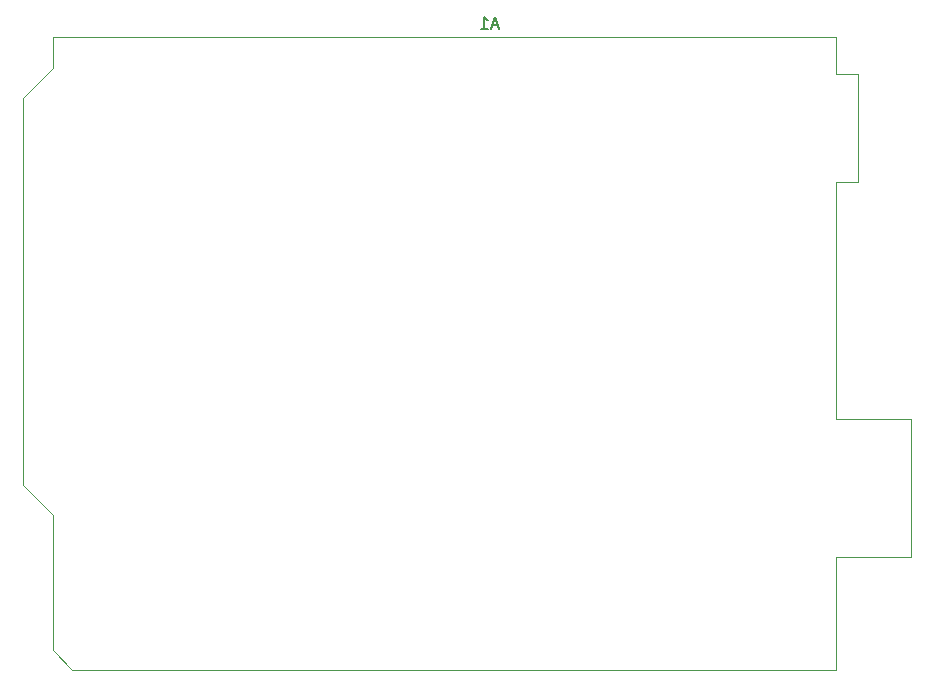
<source format=gbr>
%TF.GenerationSoftware,KiCad,Pcbnew,(6.0.6)*%
%TF.CreationDate,2022-12-20T11:11:53-08:00*%
%TF.ProjectId,AS-MULTI-UNO-01,41532d4d-554c-4544-992d-554e4f2d3031,rev?*%
%TF.SameCoordinates,Original*%
%TF.FileFunction,Legend,Bot*%
%TF.FilePolarity,Positive*%
%FSLAX46Y46*%
G04 Gerber Fmt 4.6, Leading zero omitted, Abs format (unit mm)*
G04 Created by KiCad (PCBNEW (6.0.6)) date 2022-12-20 11:11:53*
%MOMM*%
%LPD*%
G01*
G04 APERTURE LIST*
%ADD10C,0.150000*%
%ADD11C,0.120000*%
G04 APERTURE END LIST*
D10*
%TO.C,A1*%
X117249485Y-63209466D02*
X116773295Y-63209466D01*
X117344723Y-63495180D02*
X117011390Y-62495180D01*
X116678057Y-63495180D01*
X115820914Y-63495180D02*
X116392342Y-63495180D01*
X116106628Y-63495180D02*
X116106628Y-62495180D01*
X116201866Y-62638038D01*
X116297104Y-62733276D01*
X116392342Y-62780895D01*
D11*
X145875200Y-108252800D02*
X145875200Y-117782800D01*
X147775200Y-67362800D02*
X147775200Y-76502800D01*
X145875200Y-76502800D02*
X145875200Y-96572800D01*
X145875200Y-67362800D02*
X147775200Y-67362800D01*
X77035200Y-102162800D02*
X77035200Y-69392800D01*
X79575200Y-116132800D02*
X79575200Y-104702800D01*
X79575200Y-64182800D02*
X145875200Y-64182800D01*
X77035200Y-69392800D02*
X79575200Y-66852800D01*
X79575200Y-104702800D02*
X77035200Y-102162800D01*
X79575200Y-66852800D02*
X79575200Y-64182800D01*
X152225200Y-108252800D02*
X145875200Y-108252800D01*
X145875200Y-96572800D02*
X152225200Y-96572800D01*
X145875200Y-64182800D02*
X145875200Y-67362800D01*
X81225200Y-117782800D02*
X79575200Y-116132800D01*
X145875200Y-117782800D02*
X81225200Y-117782800D01*
X147775200Y-76502800D02*
X145875200Y-76502800D01*
X152225200Y-96572800D02*
X152225200Y-108252800D01*
%TD*%
M02*

</source>
